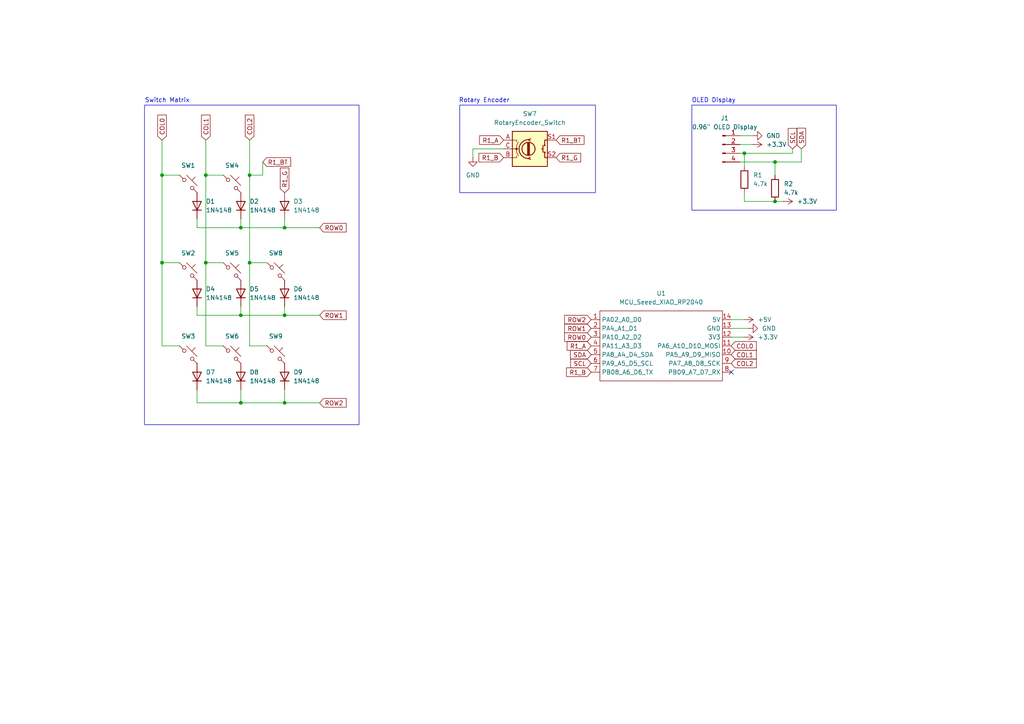
<source format=kicad_sch>
(kicad_sch (version 20231120) (generator "eeschema") (generator_version "8.0")
  (paper "A4")
  (lib_symbols
    (symbol "Connector:Conn_01x04_Pin" (pin_names (offset 1.016) hide)
      (property "Reference" "J" (at 0 5.08 0))
      (property "Value" "Conn_01x04_Pin" (at 0 -7.62 0))
      (symbol "Conn_01x04_Pin_1_1"
        (polyline (pts (xy 1.27 -5.08) (xy 0.8636 -5.08)) (stroke (width 0.1524)))
        (polyline (pts (xy 1.27 -2.54) (xy 0.8636 -2.54)) (stroke (width 0.1524)))
        (polyline (pts (xy 1.27 0) (xy 0.8636 0)) (stroke (width 0.1524)))
        (polyline (pts (xy 1.27 2.54) (xy 0.8636 2.54)) (stroke (width 0.1524)))
        (rectangle (start 0.8636 -4.953) (end 0 -5.207) (stroke (width 0.1524)) (fill (type outline)))
        (rectangle (start 0.8636 -2.413) (end 0 -2.667) (stroke (width 0.1524)) (fill (type outline)))
        (rectangle (start 0.8636 0.127) (end 0 -0.127) (stroke (width 0.1524)) (fill (type outline)))
        (rectangle (start 0.8636 2.667) (end 0 2.413) (stroke (width 0.1524)) (fill (type outline)))
        (pin passive line (at 5.08 2.54 180) (length 3.81) (name "Pin_1") (number "1"))
        (pin passive line (at 5.08 0 180) (length 3.81) (name "Pin_2") (number "2"))
        (pin passive line (at 5.08 -2.54 180) (length 3.81) (name "Pin_3") (number "3"))
        (pin passive line (at 5.08 -5.08 180) (length 3.81) (name "Pin_4") (number "4"))
      )
    )
    (symbol "Device:R" (pin_numbers hide) (pin_names (offset 0))
      (property "Reference" "R" (at 2.032 0 90))
      (property "Value" "R" (at 0 0 90))
      (symbol "R_0_1"
        (rectangle (start -1.016 -2.54) (end 1.016 2.54) (stroke (width 0.254)))
      )
      (symbol "R_1_1"
        (pin passive line (at 0 3.81 270) (length 1.27) (name "~") (number "1"))
        (pin passive line (at 0 -3.81 90) (length 1.27) (name "~") (number "2"))
      )
    )
    (symbol "Device:RotaryEncoder_Switch" (pin_names (offset 0.254) hide)
      (property "Reference" "SW" (at 0 6.604 0))
      (property "Value" "RotaryEncoder_Switch" (at 0 -6.604 0))
      (symbol "RotaryEncoder_Switch_0_1"
        (rectangle (start -5.08 5.08) (end 5.08 -5.08) (stroke (width 0.254)) (fill (type background)))
        (circle (center -3.81 0) (radius 0.254) (fill (type outline)))
        (circle (center -0.381 0) (radius 1.905) (stroke (width 0.254)))
        (arc (start -0.381 2.667) (mid -3.0988 -0.0635) (end -0.381 -2.794) (stroke (width 0.254)))
        (polyline (pts (xy -0.635 -1.778) (xy -0.635 1.778)) (stroke (width 0.254)))
        (polyline (pts (xy -0.381 -1.778) (xy -0.381 1.778)) (stroke (width 0.254)))
        (polyline (pts (xy -0.127 1.778) (xy -0.127 -1.778)) (stroke (width 0.254)))
        (polyline (pts (xy 3.81 0) (xy 3.429 0)) (stroke (width 0.254)))
        (polyline (pts (xy 3.81 1.016) (xy 3.81 -1.016)) (stroke (width 0.254)))
        (polyline (pts (xy -5.08 -2.54) (xy -3.81 -2.54) (xy -3.81 -2.032)))
        (polyline (pts (xy -5.08 2.54) (xy -3.81 2.54) (xy -3.81 2.032)))
        (polyline (pts (xy 0.254 -3.048) (xy -0.508 -2.794) (xy 0.127 -2.413)) (stroke (width 0.254)))
        (polyline (pts (xy 0.254 2.921) (xy -0.508 2.667) (xy 0.127 2.286)) (stroke (width 0.254)))
        (polyline (pts (xy 5.08 -2.54) (xy 4.318 -2.54) (xy 4.318 -1.016)) (stroke (width 0.254)))
        (polyline (pts (xy 5.08 2.54) (xy 4.318 2.54) (xy 4.318 1.016)) (stroke (width 0.254)))
        (polyline (pts (xy -5.08 0) (xy -3.81 0) (xy -3.81 -1.016) (xy -3.302 -2.032)))
        (polyline (pts (xy -4.318 0) (xy -3.81 0) (xy -3.81 1.016) (xy -3.302 2.032)))
        (circle (center 4.318 -1.016) (radius 0.127) (stroke (width 0.254)))
        (circle (center 4.318 1.016) (radius 0.127) (stroke (width 0.254)))
      )
      (symbol "RotaryEncoder_Switch_1_1"
        (pin passive line (at -7.62 2.54 0) (length 2.54) (name "A") (number "A"))
        (pin passive line (at -7.62 -2.54 0) (length 2.54) (name "B") (number "B"))
        (pin passive line (at -7.62 0 0) (length 2.54) (name "C") (number "C"))
        (pin passive line (at 7.62 2.54 180) (length 2.54) (name "S1") (number "S1"))
        (pin passive line (at 7.62 -2.54 180) (length 2.54) (name "S2") (number "S2"))
      )
    )
    (symbol "Diode:1N4148" (pin_numbers hide) (pin_names hide)
      (property "Reference" "D" (at 0 2.54 0))
      (property "Value" "1N4148" (at 0 -2.54 0))
      (symbol "1N4148_0_1"
        (polyline (pts (xy -1.27 1.27) (xy -1.27 -1.27)) (stroke (width 0.254)))
        (polyline (pts (xy 1.27 0) (xy -1.27 0)))
        (polyline (pts (xy 1.27 1.27) (xy 1.27 -1.27) (xy -1.27 0) (xy 1.27 1.27)) (stroke (width 0.254)))
      )
      (symbol "1N4148_1_1"
        (pin passive line (at -3.81 0 0) (length 2.54) (name "K") (number "1"))
        (pin passive line (at 3.81 0 180) (length 2.54) (name "A") (number "2"))
      )
    )
    (symbol "ScottoKeebs:MCU_Seeed_XIAO_RP2040"
      (property "Reference" "U" (at -16.51 11.43 0))
      (property "Value" "MCU_Seeed_XIAO_RP2040" (at -3.81 -11.43 0))
      (symbol "MCU_Seeed_XIAO_RP2040_0_1"
        (rectangle (start -16.51 10.16) (end 19.05 -10.16))
      )
      (symbol "MCU_Seeed_XIAO_RP2040_1_1"
        (pin passive line (at -19.05 7.62 0) (length 2.54) (name "PA02_A0_D0") (number "1"))
        (pin passive line (at 21.59 -2.54 180) (length 2.54) (name "PA5_A9_D9_MISO") (number "10"))
        (pin passive line (at 21.59 0 180) (length 2.54) (name "PA6_A10_D10_MOSI") (number "11"))
        (pin passive line (at 21.59 2.54 180) (length 2.54) (name "3V3") (number "12"))
        (pin passive line (at 21.59 5.08 180) (length 2.54) (name "GND") (number "13"))
        (pin passive line (at 21.59 7.62 180) (length 2.54) (name "5V") (number "14"))
        (pin passive line (at -19.05 5.08 0) (length 2.54) (name "PA4_A1_D1") (number "2"))
        (pin passive line (at -19.05 2.54 0) (length 2.54) (name "PA10_A2_D2") (number "3"))
        (pin passive line (at -19.05 0 0) (length 2.54) (name "PA11_A3_D3") (number "4"))
        (pin passive line (at -19.05 -2.54 0) (length 2.54) (name "PA8_A4_D4_SDA") (number "5"))
        (pin passive line (at -19.05 -5.08 0) (length 2.54) (name "PA9_A5_D5_SCL") (number "6"))
        (pin passive line (at -19.05 -7.62 0) (length 2.54) (name "PB08_A6_D6_TX") (number "7"))
        (pin passive line (at 21.59 -7.62 180) (length 2.54) (name "PB09_A7_D7_RX") (number "8"))
        (pin passive line (at 21.59 -5.08 180) (length 2.54) (name "PA7_A8_D8_SCK") (number "9"))
      )
    )
    (symbol "Switch:SW_Push_45deg" (pin_numbers hide) (pin_names (offset 1.016) hide)
      (property "Reference" "SW" (at 3.048 1.016 0))
      (property "Value" "SW_Push_45deg" (at 0 -3.81 0))
      (symbol "SW_Push_45deg_0_1"
        (circle (center -1.1684 1.1684) (radius 0.508))
        (polyline (pts (xy -0.508 2.54) (xy 2.54 -0.508)))
        (polyline (pts (xy 1.016 1.016) (xy 2.032 2.032)))
        (polyline (pts (xy -2.54 2.54) (xy -1.524 1.524) (xy -1.524 1.524)))
        (polyline (pts (xy 1.524 -1.524) (xy 2.54 -2.54) (xy 2.54 -2.54) (xy 2.54 -2.54)))
        (circle (center 1.143 -1.1938) (radius 0.508))
        (pin passive line (at -2.54 2.54 0) (length 0) (name "1") (number "1"))
        (pin passive line (at 2.54 -2.54 180) (length 0) (name "2") (number "2"))
      )
    )
    (symbol "power:+3.3V" (power) (pin_numbers hide) (pin_names (offset 0) hide)
      (property "Value" "+3.3V" (at 0 3.556 0))
      (symbol "+3.3V_0_1"
        (polyline (pts (xy -0.762 1.27) (xy 0 2.54)))
        (polyline (pts (xy 0 0) (xy 0 2.54)))
        (polyline (pts (xy 0 2.54) (xy 0.762 1.27)))
      )
      (symbol "+3.3V_1_1"
        (pin power_in line (at 0 0 90) (length 0) (name "~") (number "1"))
      )
    )
    (symbol "power:+5V" (power) (pin_numbers hide) (pin_names (offset 0) hide)
      (property "Value" "+5V" (at 0 3.556 0))
      (symbol "+5V_0_1"
        (polyline (pts (xy -0.762 1.27) (xy 0 2.54)))
        (polyline (pts (xy 0 0) (xy 0 2.54)))
        (polyline (pts (xy 0 2.54) (xy 0.762 1.27)))
      )
      (symbol "+5V_1_1"
        (pin power_in line (at 0 0 90) (length 0) (name "~") (number "1"))
      )
    )
    (symbol "power:GND" (power) (pin_numbers hide) (pin_names (offset 0) hide)
      (property "Value" "GND" (at 0 -3.81 0))
      (symbol "GND_0_1"
        (polyline (pts (xy 0 0) (xy 0 -1.27) (xy 1.27 -1.27) (xy 0 -2.54) (xy -1.27 -1.27) (xy 0 -1.27)))
      )
      (symbol "GND_1_1"
        (pin power_in line (at 0 0 270) (length 0) (name "~") (number "1"))
      )
    )
  )
  (junction (at 69.85 66.04))
  (junction (at 82.55 91.44))
  (junction (at 72.39 50.8))
  (junction (at 59.69 50.8))
  (junction (at 69.85 91.44))
  (junction (at 69.85 116.84))
  (junction (at 72.39 76.2))
  (junction (at 224.79 46.99))
  (junction (at 82.55 116.84))
  (junction (at 82.55 66.04))
  (junction (at 46.99 76.2))
  (junction (at 224.79 58.42))
  (junction (at 59.69 76.2))
  (junction (at 46.99 50.8))
  (junction (at 215.9 44.45))
  (no_connect (at 212.09 107.95))
  (wire (pts (xy 69.85 66.04) (xy 82.55 66.04)))
  (wire (pts (xy 215.9 44.45) (xy 214.63 44.45)))
  (wire (pts (xy 214.63 41.91) (xy 218.44 41.91)))
  (wire (pts (xy 57.15 113.03) (xy 57.15 116.84)))
  (wire (pts (xy 69.85 88.9) (xy 69.85 91.44)))
  (wire (pts (xy 214.63 39.37) (xy 218.44 39.37)))
  (wire (pts (xy 212.09 97.79) (xy 215.9 97.79)))
  (wire (pts (xy 69.85 116.84) (xy 82.55 116.84)))
  (wire (pts (xy 69.85 63.5) (xy 69.85 66.04)))
  (wire (pts (xy 82.55 116.84) (xy 92.71 116.84)))
  (wire (pts (xy 59.69 76.2) (xy 64.77 76.2)))
  (wire (pts (xy 76.2 50.8) (xy 72.39 50.8)))
  (wire (pts (xy 82.55 66.04) (xy 92.71 66.04)))
  (wire (pts (xy 46.99 50.8) (xy 46.99 76.2)))
  (wire (pts (xy 232.41 46.99) (xy 224.79 46.99)))
  (wire (pts (xy 224.79 50.8) (xy 224.79 46.99)))
  (wire (pts (xy 82.55 113.03) (xy 82.55 116.84)))
  (wire (pts (xy 72.39 100.33) (xy 77.47 100.33)))
  (wire (pts (xy 214.63 46.99) (xy 224.79 46.99)))
  (wire (pts (xy 57.15 91.44) (xy 69.85 91.44)))
  (wire (pts (xy 137.16 43.18) (xy 146.05 43.18)))
  (wire (pts (xy 82.55 66.04) (xy 82.55 63.5)))
  (wire (pts (xy 229.87 43.18) (xy 229.87 44.45)))
  (wire (pts (xy 69.85 66.04) (xy 57.15 66.04)))
  (wire (pts (xy 215.9 48.26) (xy 215.9 44.45)))
  (wire (pts (xy 76.2 46.99) (xy 76.2 50.8)))
  (wire (pts (xy 72.39 76.2) (xy 77.47 76.2)))
  (wire (pts (xy 82.55 91.44) (xy 92.71 91.44)))
  (wire (pts (xy 215.9 55.88) (xy 215.9 58.42)))
  (wire (pts (xy 57.15 116.84) (xy 69.85 116.84)))
  (wire (pts (xy 46.99 76.2) (xy 46.99 100.33)))
  (wire (pts (xy 212.09 92.71) (xy 215.9 92.71)))
  (wire (pts (xy 72.39 50.8) (xy 72.39 76.2)))
  (wire (pts (xy 69.85 91.44) (xy 82.55 91.44)))
  (wire (pts (xy 59.69 100.33) (xy 64.77 100.33)))
  (wire (pts (xy 46.99 76.2) (xy 52.07 76.2)))
  (wire (pts (xy 217.17 95.25) (xy 212.09 95.25)))
  (wire (pts (xy 224.79 58.42) (xy 227.33 58.42)))
  (wire (pts (xy 59.69 50.8) (xy 59.69 76.2)))
  (wire (pts (xy 59.69 40.64) (xy 59.69 50.8)))
  (wire (pts (xy 57.15 88.9) (xy 57.15 91.44)))
  (wire (pts (xy 72.39 76.2) (xy 72.39 100.33)))
  (wire (pts (xy 57.15 63.5) (xy 57.15 66.04)))
  (wire (pts (xy 69.85 113.03) (xy 69.85 116.84)))
  (wire (pts (xy 137.16 45.72) (xy 137.16 43.18)))
  (wire (pts (xy 82.55 88.9) (xy 82.55 91.44)))
  (wire (pts (xy 46.99 100.33) (xy 52.07 100.33)))
  (wire (pts (xy 46.99 40.64) (xy 46.99 50.8)))
  (wire (pts (xy 59.69 76.2) (xy 59.69 100.33)))
  (wire (pts (xy 59.69 50.8) (xy 64.77 50.8)))
  (wire (pts (xy 46.99 50.8) (xy 52.07 50.8)))
  (wire (pts (xy 215.9 58.42) (xy 224.79 58.42)))
  (wire (pts (xy 232.41 43.18) (xy 232.41 46.99)))
  (wire (pts (xy 215.9 44.45) (xy 229.87 44.45)))
  (wire (pts (xy 72.39 40.64) (xy 72.39 50.8)))
  (rectangle (start 200.66 30.48) (end 242.57 60.96))
  (rectangle (start 41.91 30.48) (end 104.14 123.19))
  (rectangle (start 133.35 30.48) (end 172.72 55.88))
  (text "Rotary Encoder" (at 140.462 29.21 0) (effects (font (size 1.27 1.27))))
  (text "OLED Display" (at 207.01 29.21 0) (effects (font (size 1.27 1.27))))
  (text "Switch Matrix" (at 48.514 29.21 0) (effects (font (size 1.27 1.27))))
  (global_label "SDA" (shape input) (at 232.41 43.18 90) (property "Intersheetrefs" "${INTERSHEET_REFS}" (effects (hide yes))))
  (global_label "COL0" (shape input) (at 212.09 100.33 0) (property "Intersheetrefs" "${INTERSHEET_REFS}" (effects (hide yes))))
  (global_label "R1_A" (shape input) (at 146.05 40.64 180) (property "Intersheetrefs" "${INTERSHEET_REFS}" (effects (hide yes))))
  (global_label "ROW1" (shape input) (at 92.71 91.44 0) (property "Intersheetrefs" "${INTERSHEET_REFS}" (effects (hide yes))))
  (global_label "R1_G" (shape input) (at 82.55 55.88 90) (property "Intersheetrefs" "${INTERSHEET_REFS}" (effects (hide yes))))
  (global_label "R1_B" (shape input) (at 171.45 107.95 180) (property "Intersheetrefs" "${INTERSHEET_REFS}" (effects (hide yes))))
  (global_label "R1_BT" (shape input) (at 76.2 46.99 0) (property "Intersheetrefs" "${INTERSHEET_REFS}" (effects (hide yes))))
  (global_label "R1_A" (shape input) (at 171.45 100.33 180) (property "Intersheetrefs" "${INTERSHEET_REFS}" (effects (hide yes))))
  (global_label "ROW0" (shape input) (at 171.45 97.79 180) (property "Intersheetrefs" "${INTERSHEET_REFS}" (effects (hide yes))))
  (global_label "COL2" (shape input) (at 72.39 40.64 90) (property "Intersheetrefs" "${INTERSHEET_REFS}" (effects (hide yes))))
  (global_label "R1_BT" (shape input) (at 161.29 40.64 0) (property "Intersheetrefs" "${INTERSHEET_REFS}" (effects (hide yes))))
  (global_label "ROW1" (shape input) (at 171.45 95.25 180) (property "Intersheetrefs" "${INTERSHEET_REFS}" (effects (hide yes))))
  (global_label "SCL" (shape input) (at 229.87 43.18 90) (property "Intersheetrefs" "${INTERSHEET_REFS}" (effects (hide yes))))
  (global_label "SDA" (shape input) (at 171.45 102.87 180) (property "Intersheetrefs" "${INTERSHEET_REFS}" (effects (hide yes))))
  (global_label "ROW2" (shape input) (at 92.71 116.84 0) (property "Intersheetrefs" "${INTERSHEET_REFS}" (effects (hide yes))))
  (global_label "ROW2" (shape input) (at 171.45 92.71 180) (property "Intersheetrefs" "${INTERSHEET_REFS}" (effects (hide yes))))
  (global_label "ROW0" (shape input) (at 92.71 66.04 0) (property "Intersheetrefs" "${INTERSHEET_REFS}" (effects (hide yes))))
  (global_label "COL0" (shape input) (at 46.99 40.64 90) (property "Intersheetrefs" "${INTERSHEET_REFS}" (effects (hide yes))))
  (global_label "R1_B" (shape input) (at 146.05 45.72 180) (property "Intersheetrefs" "${INTERSHEET_REFS}" (effects (hide yes))))
  (global_label "COL2" (shape input) (at 212.09 105.41 0) (property "Intersheetrefs" "${INTERSHEET_REFS}" (effects (hide yes))))
  (global_label "SCL" (shape input) (at 171.45 105.41 180) (property "Intersheetrefs" "${INTERSHEET_REFS}" (effects (hide yes))))
  (global_label "COL1" (shape input) (at 59.69 40.64 90) (property "Intersheetrefs" "${INTERSHEET_REFS}" (effects (hide yes))))
  (global_label "COL1" (shape input) (at 212.09 102.87 0) (property "Intersheetrefs" "${INTERSHEET_REFS}" (effects (hide yes))))
  (global_label "R1_G" (shape input) (at 161.29 45.72 0) (property "Intersheetrefs" "${INTERSHEET_REFS}" (effects (hide yes))))
  (symbol (lib_id "Diode:1N4148") (at 57.15 59.69 90) (unit 1)
    (property "Reference" "D1" (at 59.69 58.4199 90) (effects (justify right)))
    (property "Value" "1N4148" (at 59.69 60.9599 90) (effects (justify right)))
    (property "Footprint" "Diode_THT:D_DO-35_SOD27_P7.62mm_Horizontal" (effects (hide yes)))
    (property "Datasheet" "https://assets.nexperia.com/documents/data-sheet/1N4148_1N4448.pdf" (effects (hide yes)))
    (property "Description" "100V 0.15A standard switching diode, DO-35" (effects (hide yes)))
    (property "Sim.Device" "D" (effects (hide yes)))
    (property "Sim.Pins" "1=K 2=A" (effects (hide yes)))
  )
  (symbol (lib_id "Device:R") (at 224.79 54.61 0) (unit 1)
    (property "Reference" "R2" (at 227.33 53.3399 0) (effects (justify left)))
    (property "Value" "4.7k" (at 227.33 55.8799 0) (effects (justify left)))
    (property "Footprint" "Resistor_THT:R_Axial_DIN0204_L3.6mm_D1.6mm_P5.08mm_Horizontal" (effects (hide yes)))
    (property "Description" "Resistor" (effects (hide yes)))
  )
  (symbol (lib_id "power:+5V") (at 215.9 92.71 270) (unit 1)
    (property "Reference" "#PWR03" (effects (hide yes)))
    (property "Value" "+5V" (at 219.71 92.7099 90) (effects (justify left)))
    (property "Description" "Power symbol creates a global label with name \"+5V\"" (effects (hide yes)))
  )
  (symbol (lib_id "Device:RotaryEncoder_Switch") (at 153.67 43.18 0) (unit 1)
    (property "Reference" "SW7" (at 153.67 33.02 0))
    (property "Value" "RotaryEncoder_Switch" (at 153.67 35.56 0))
    (property "Footprint" "ScottoKeebs_Scotto:Encoder_EC11_MX" (effects (hide yes)))
    (property "Description" "Rotary encoder, dual channel, incremental quadrate outputs, with switch" (effects (hide yes)))
  )
  (symbol (lib_id "Switch:SW_Push_45deg") (at 54.61 78.74 0) (unit 1)
    (property "Reference" "SW2" (at 54.61 73.406 0))
    (property "Value" "MX" (effects (hide yes)))
    (property "Footprint" "ScottoKeebs_MX:MX_PCB_1.00u" (effects (hide yes)))
    (property "Description" "Push button switch, normally open, two pins, 45° tilted" (effects (hide yes)))
  )
  (symbol (lib_id "power:+3.3V") (at 227.33 58.42 270) (unit 1)
    (property "Reference" "#PWR07" (effects (hide yes)))
    (property "Value" "+3.3V" (at 231.14 58.4199 90) (effects (justify left)))
    (property "Description" "Power symbol creates a global label with name \"+3.3V\"" (effects (hide yes)))
  )
  (symbol (lib_id "Diode:1N4148") (at 69.85 59.69 90) (unit 1)
    (property "Reference" "D2" (at 72.39 58.4199 90) (effects (justify right)))
    (property "Value" "1N4148" (at 72.39 60.9599 90) (effects (justify right)))
    (property "Footprint" "Diode_THT:D_DO-35_SOD27_P7.62mm_Horizontal" (effects (hide yes)))
    (property "Datasheet" "https://assets.nexperia.com/documents/data-sheet/1N4148_1N4448.pdf" (effects (hide yes)))
    (property "Description" "100V 0.15A standard switching diode, DO-35" (effects (hide yes)))
    (property "Sim.Device" "D" (effects (hide yes)))
    (property "Sim.Pins" "1=K 2=A" (effects (hide yes)))
  )
  (symbol (lib_id "power:GND") (at 217.17 95.25 90) (unit 1)
    (property "Reference" "#PWR01" (effects (hide yes)))
    (property "Value" "GND" (at 220.98 95.2499 90) (effects (justify right)))
    (property "Description" "Power symbol creates a global label with name \"GND\" , ground" (effects (hide yes)))
  )
  (symbol (lib_id "Connector:Conn_01x04_Pin") (at 209.55 41.91 0) (unit 1)
    (property "Reference" "J1" (at 210.185 34.29 0))
    (property "Value" "0.96\" OLED Display" (at 210.185 36.83 0))
    (property "Footprint" "Display:Adafruit_SSD1306" (effects (hide yes)))
    (property "Description" "Generic connector, single row, 01x04, script generated" (effects (hide yes)))
  )
  (symbol (lib_id "Diode:1N4148") (at 69.85 85.09 90) (unit 1)
    (property "Reference" "D5" (at 72.39 83.8199 90) (effects (justify right)))
    (property "Value" "1N4148" (at 72.39 86.3599 90) (effects (justify right)))
    (property "Footprint" "Diode_THT:D_DO-35_SOD27_P7.62mm_Horizontal" (effects (hide yes)))
    (property "Datasheet" "https://assets.nexperia.com/documents/data-sheet/1N4148_1N4448.pdf" (effects (hide yes)))
    (property "Description" "100V 0.15A standard switching diode, DO-35" (effects (hide yes)))
    (property "Sim.Device" "D" (effects (hide yes)))
    (property "Sim.Pins" "1=K 2=A" (effects (hide yes)))
  )
  (symbol (lib_id "ScottoKeebs:MCU_Seeed_XIAO_RP2040") (at 190.5 100.33 0) (unit 1)
    (property "Reference" "U1" (at 191.77 85.09 0))
    (property "Value" "MCU_Seeed_XIAO_RP2040" (at 191.77 87.63 0))
    (property "Footprint" "ScottoKeebs_MCU:Seeed_XIAO_RP2040" (effects (hide yes)))
  )
  (symbol (lib_id "Device:R") (at 215.9 52.07 0) (unit 1)
    (property "Reference" "R1" (at 218.44 50.7999 0) (effects (justify left)))
    (property "Value" "4.7k" (at 218.44 53.3399 0) (effects (justify left)))
    (property "Footprint" "Resistor_THT:R_Axial_DIN0204_L3.6mm_D1.6mm_P5.08mm_Horizontal" (effects (hide yes)))
    (property "Description" "Resistor" (effects (hide yes)))
  )
  (symbol (lib_id "Switch:SW_Push_45deg") (at 54.61 102.87 0) (unit 1)
    (property "Reference" "SW3" (at 54.61 97.536 0))
    (property "Value" "MX" (effects (hide yes)))
    (property "Footprint" "ScottoKeebs_MX:MX_PCB_1.00u" (effects (hide yes)))
    (property "Description" "Push button switch, normally open, two pins, 45° tilted" (effects (hide yes)))
  )
  (symbol (lib_id "Switch:SW_Push_45deg") (at 67.31 102.87 0) (unit 1)
    (property "Reference" "SW6" (at 67.31 97.536 0))
    (property "Value" "MX" (effects (hide yes)))
    (property "Footprint" "ScottoKeebs_MX:MX_PCB_1.00u" (effects (hide yes)))
    (property "Description" "Push button switch, normally open, two pins, 45° tilted" (effects (hide yes)))
  )
  (symbol (lib_id "power:+3.3V") (at 218.44 41.91 270) (unit 1)
    (property "Reference" "#PWR06" (effects (hide yes)))
    (property "Value" "+3.3V" (at 222.25 41.9099 90) (effects (justify left)))
    (property "Description" "Power symbol creates a global label with name \"+3.3V\"" (effects (hide yes)))
  )
  (symbol (lib_id "Diode:1N4148") (at 57.15 109.22 90) (unit 1)
    (property "Reference" "D7" (at 59.69 107.9499 90) (effects (justify right)))
    (property "Value" "1N4148" (at 59.69 110.4899 90) (effects (justify right)))
    (property "Footprint" "Diode_THT:D_DO-35_SOD27_P7.62mm_Horizontal" (effects (hide yes)))
    (property "Datasheet" "https://assets.nexperia.com/documents/data-sheet/1N4148_1N4448.pdf" (effects (hide yes)))
    (property "Description" "100V 0.15A standard switching diode, DO-35" (effects (hide yes)))
    (property "Sim.Device" "D" (effects (hide yes)))
    (property "Sim.Pins" "1=K 2=A" (effects (hide yes)))
  )
  (symbol (lib_id "Diode:1N4148") (at 82.55 109.22 90) (unit 1)
    (property "Reference" "D9" (at 85.09 107.9499 90) (effects (justify right)))
    (property "Value" "1N4148" (at 85.09 110.4899 90) (effects (justify right)))
    (property "Footprint" "Diode_THT:D_DO-35_SOD27_P7.62mm_Horizontal" (effects (hide yes)))
    (property "Datasheet" "https://assets.nexperia.com/documents/data-sheet/1N4148_1N4448.pdf" (effects (hide yes)))
    (property "Description" "100V 0.15A standard switching diode, DO-35" (effects (hide yes)))
    (property "Sim.Device" "D" (effects (hide yes)))
    (property "Sim.Pins" "1=K 2=A" (effects (hide yes)))
  )
  (symbol (lib_id "power:GND") (at 218.44 39.37 90) (unit 1)
    (property "Reference" "#PWR04" (effects (hide yes)))
    (property "Value" "GND" (at 222.25 39.3699 90) (effects (justify right)))
    (property "Description" "Power symbol creates a global label with name \"GND\" , ground" (effects (hide yes)))
  )
  (symbol (lib_id "Switch:SW_Push_45deg") (at 54.61 53.34 0) (unit 1)
    (property "Reference" "SW1" (at 54.61 48.006 0))
    (property "Value" "MX" (effects (hide yes)))
    (property "Footprint" "ScottoKeebs_MX:MX_PCB_1.00u" (effects (hide yes)))
    (property "Description" "Push button switch, normally open, two pins, 45° tilted" (effects (hide yes)))
  )
  (symbol (lib_id "Diode:1N4148") (at 57.15 85.09 90) (unit 1)
    (property "Reference" "D4" (at 59.69 83.8199 90) (effects (justify right)))
    (property "Value" "1N4148" (at 59.69 86.3599 90) (effects (justify right)))
    (property "Footprint" "Diode_THT:D_DO-35_SOD27_P7.62mm_Horizontal" (effects (hide yes)))
    (property "Datasheet" "https://assets.nexperia.com/documents/data-sheet/1N4148_1N4448.pdf" (effects (hide yes)))
    (property "Description" "100V 0.15A standard switching diode, DO-35" (effects (hide yes)))
    (property "Sim.Device" "D" (effects (hide yes)))
    (property "Sim.Pins" "1=K 2=A" (effects (hide yes)))
  )
  (symbol (lib_id "Switch:SW_Push_45deg") (at 80.01 78.74 0) (unit 1)
    (property "Reference" "SW8" (at 80.01 73.406 0))
    (property "Value" "MX" (effects (hide yes)))
    (property "Footprint" "ScottoKeebs_MX:MX_PCB_1.00u" (effects (hide yes)))
    (property "Description" "Push button switch, normally open, two pins, 45° tilted" (effects (hide yes)))
  )
  (symbol (lib_id "Diode:1N4148") (at 69.85 109.22 90) (unit 1)
    (property "Reference" "D8" (at 72.39 107.9499 90) (effects (justify right)))
    (property "Value" "1N4148" (at 72.39 110.4899 90) (effects (justify right)))
    (property "Footprint" "Diode_THT:D_DO-35_SOD27_P7.62mm_Horizontal" (effects (hide yes)))
    (property "Datasheet" "https://assets.nexperia.com/documents/data-sheet/1N4148_1N4448.pdf" (effects (hide yes)))
    (property "Description" "100V 0.15A standard switching diode, DO-35" (effects (hide yes)))
    (property "Sim.Device" "D" (effects (hide yes)))
    (property "Sim.Pins" "1=K 2=A" (effects (hide yes)))
  )
  (symbol (lib_id "Switch:SW_Push_45deg") (at 67.31 53.34 0) (unit 1)
    (property "Reference" "SW4" (at 67.31 48.006 0))
    (property "Value" "MX" (effects (hide yes)))
    (property "Footprint" "ScottoKeebs_MX:MX_PCB_1.00u" (effects (hide yes)))
    (property "Description" "Push button switch, normally open, two pins, 45° tilted" (effects (hide yes)))
  )
  (symbol (lib_id "power:GND") (at 137.16 45.72 0) (unit 1)
    (property "Reference" "#PWR02" (effects (hide yes)))
    (property "Value" "GND" (at 137.16 50.8 0))
    (property "Description" "Power symbol creates a global label with name \"GND\" , ground" (effects (hide yes)))
  )
  (symbol (lib_id "Diode:1N4148") (at 82.55 59.69 90) (unit 1)
    (property "Reference" "D3" (at 85.09 58.4199 90) (effects (justify right)))
    (property "Value" "1N4148" (at 85.09 60.9599 90) (effects (justify right)))
    (property "Footprint" "Diode_THT:D_DO-35_SOD27_P7.62mm_Horizontal" (effects (hide yes)))
    (property "Datasheet" "https://assets.nexperia.com/documents/data-sheet/1N4148_1N4448.pdf" (effects (hide yes)))
    (property "Description" "100V 0.15A standard switching diode, DO-35" (effects (hide yes)))
    (property "Sim.Device" "D" (effects (hide yes)))
    (property "Sim.Pins" "1=K 2=A" (effects (hide yes)))
  )
  (symbol (lib_id "Diode:1N4148") (at 82.55 85.09 90) (unit 1)
    (property "Reference" "D6" (at 85.09 83.8199 90) (effects (justify right)))
    (property "Value" "1N4148" (at 85.09 86.3599 90) (effects (justify right)))
    (property "Footprint" "Diode_THT:D_DO-35_SOD27_P7.62mm_Horizontal" (effects (hide yes)))
    (property "Datasheet" "https://assets.nexperia.com/documents/data-sheet/1N4148_1N4448.pdf" (effects (hide yes)))
    (property "Description" "100V 0.15A standard switching diode, DO-35" (effects (hide yes)))
    (property "Sim.Device" "D" (effects (hide yes)))
    (property "Sim.Pins" "1=K 2=A" (effects (hide yes)))
  )
  (symbol (lib_id "power:+3.3V") (at 215.9 97.79 270) (unit 1)
    (property "Reference" "#PWR05" (effects (hide yes)))
    (property "Value" "+3.3V" (at 219.71 97.7899 90) (effects (justify left)))
    (property "Description" "Power symbol creates a global label with name \"+3.3V\"" (effects (hide yes)))
  )
  (symbol (lib_id "Switch:SW_Push_45deg") (at 67.31 78.74 0) (unit 1)
    (property "Reference" "SW5" (at 67.31 73.406 0))
    (property "Value" "MX" (effects (hide yes)))
    (property "Footprint" "ScottoKeebs_MX:MX_PCB_1.00u" (effects (hide yes)))
    (property "Description" "Push button switch, normally open, two pins, 45° tilted" (effects (hide yes)))
  )
  (symbol (lib_id "Switch:SW_Push_45deg") (at 80.01 102.87 0) (unit 1)
    (property "Reference" "SW9" (at 80.01 97.536 0))
    (property "Value" "MX" (effects (hide yes)))
    (property "Footprint" "ScottoKeebs_MX:MX_PCB_1.00u" (effects (hide yes)))
    (property "Description" "Push button switch, normally open, two pins, 45° tilted" (effects (hide yes)))
  )
)
</source>
